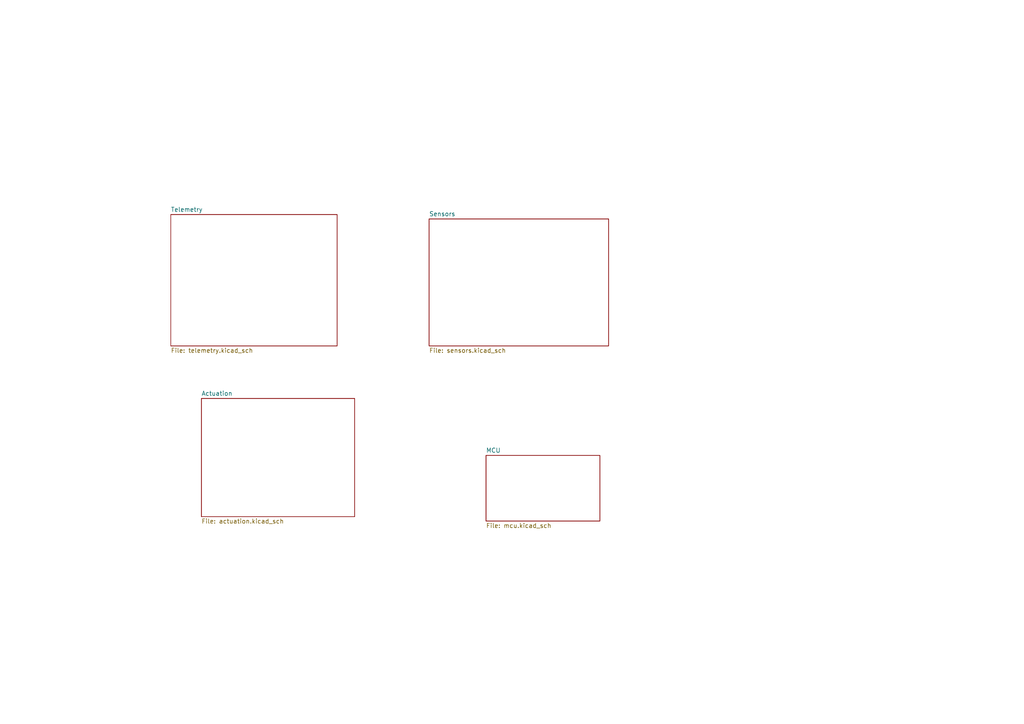
<source format=kicad_sch>
(kicad_sch
	(version 20250114)
	(generator "eeschema")
	(generator_version "9.0")
	(uuid "0e774532-df3b-4713-ac9c-64e52152da2c")
	(paper "A4")
	(lib_symbols)
	(sheet
		(at 58.42 115.57)
		(size 44.45 34.29)
		(exclude_from_sim no)
		(in_bom yes)
		(on_board yes)
		(dnp no)
		(fields_autoplaced yes)
		(stroke
			(width 0.1524)
			(type solid)
		)
		(fill
			(color 0 0 0 0.0000)
		)
		(uuid "33354a2b-da3e-411d-89ea-c17b65fe6b6d")
		(property "Sheetname" "Actuation"
			(at 58.42 114.8584 0)
			(effects
				(font
					(size 1.27 1.27)
				)
				(justify left bottom)
			)
		)
		(property "Sheetfile" "actuation.kicad_sch"
			(at 58.42 150.4446 0)
			(effects
				(font
					(size 1.27 1.27)
				)
				(justify left top)
			)
		)
		(instances
			(project "flight_computer_starpi"
				(path "/0e774532-df3b-4713-ac9c-64e52152da2c"
					(page "4")
				)
			)
		)
	)
	(sheet
		(at 140.97 132.08)
		(size 33.02 19.05)
		(exclude_from_sim no)
		(in_bom yes)
		(on_board yes)
		(dnp no)
		(fields_autoplaced yes)
		(stroke
			(width 0.1524)
			(type solid)
		)
		(fill
			(color 0 0 0 0.0000)
		)
		(uuid "360c6508-e1da-4a7b-b1c3-7051c1cb7f4b")
		(property "Sheetname" "MCU"
			(at 140.97 131.3684 0)
			(effects
				(font
					(size 1.27 1.27)
				)
				(justify left bottom)
			)
		)
		(property "Sheetfile" "mcu.kicad_sch"
			(at 140.97 151.7146 0)
			(effects
				(font
					(size 1.27 1.27)
				)
				(justify left top)
			)
		)
		(instances
			(project "flight_computer_starpi"
				(path "/0e774532-df3b-4713-ac9c-64e52152da2c"
					(page "5")
				)
			)
		)
	)
	(sheet
		(at 124.46 63.5)
		(size 52.07 36.83)
		(exclude_from_sim no)
		(in_bom yes)
		(on_board yes)
		(dnp no)
		(fields_autoplaced yes)
		(stroke
			(width 0.1524)
			(type solid)
		)
		(fill
			(color 0 0 0 0.0000)
		)
		(uuid "501f1855-a611-4edc-a1e0-7cd96e4972df")
		(property "Sheetname" "Sensors"
			(at 124.46 62.7884 0)
			(effects
				(font
					(size 1.27 1.27)
				)
				(justify left bottom)
			)
		)
		(property "Sheetfile" "sensors.kicad_sch"
			(at 124.46 100.9146 0)
			(effects
				(font
					(size 1.27 1.27)
				)
				(justify left top)
			)
		)
		(instances
			(project "flight_computer_starpi"
				(path "/0e774532-df3b-4713-ac9c-64e52152da2c"
					(page "3")
				)
			)
		)
	)
	(sheet
		(at 49.53 62.23)
		(size 48.26 38.1)
		(exclude_from_sim no)
		(in_bom yes)
		(on_board yes)
		(dnp no)
		(fields_autoplaced yes)
		(stroke
			(width 0.1524)
			(type solid)
		)
		(fill
			(color 0 0 0 0.0000)
		)
		(uuid "6b03ccc0-774a-4a60-8d82-2be0621bee7a")
		(property "Sheetname" "Telemetry"
			(at 49.53 61.5184 0)
			(effects
				(font
					(size 1.27 1.27)
				)
				(justify left bottom)
			)
		)
		(property "Sheetfile" "telemetry.kicad_sch"
			(at 49.53 100.9146 0)
			(effects
				(font
					(size 1.27 1.27)
				)
				(justify left top)
			)
		)
		(instances
			(project "flight_computer_starpi"
				(path "/0e774532-df3b-4713-ac9c-64e52152da2c"
					(page "2")
				)
			)
		)
	)
	(sheet_instances
		(path "/"
			(page "1")
		)
	)
	(embedded_fonts no)
)

</source>
